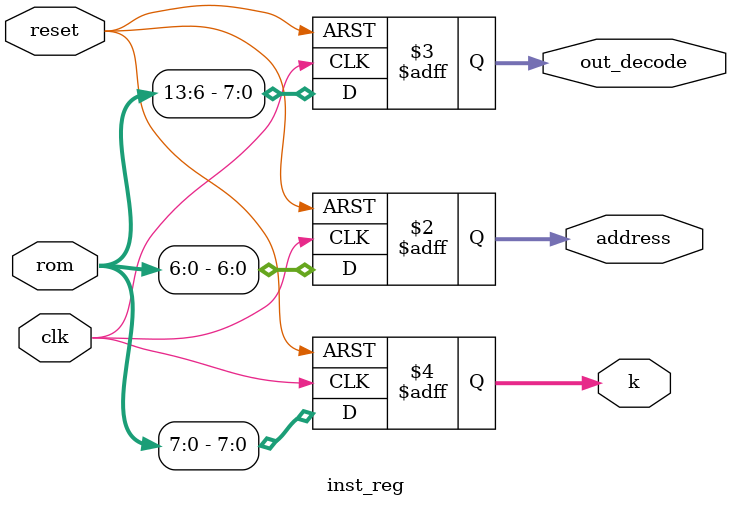
<source format=sv>
module inst_reg (input logic reset, clk,
  input logic [13:0] rom,
  output logic [6:0] address,
  output logic [7:0] out_decode, k);

  always @ (posedge clk or posedge reset) begin
    if (reset) begin
      k <= 0;
      address <= 0;
      out_decode  <= 0;
    end else begin
      k <= rom[7:0];
      address <= rom[6:0];
      out_decode <= rom[13:6];
    end
  end

endmodule //inst_reg

</source>
